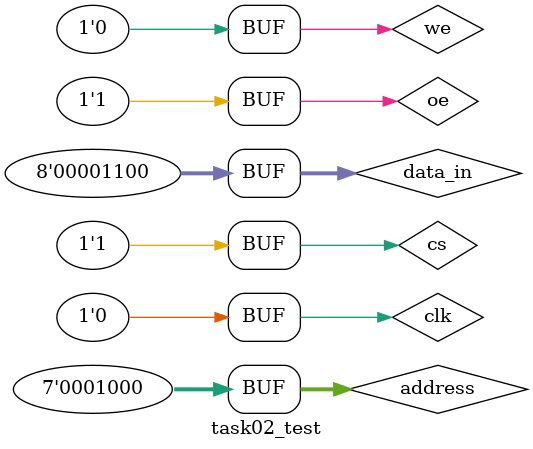
<source format=v>
`timescale 1ns / 1ps


module task02_test;

	// Inputs
	reg clk;
	reg oe;
	reg cs;
	reg we;
	reg [6:0] address;
	reg [7:0] data_in;

	// Outputs
	wire [7:0] data_out;

	// Instantiate the Unit Under Test (UUT)
	task02 uut (
		.clk(clk), 
		.oe(oe), 
		.cs(cs), 
		.we(we), 
		.address(address), 
		.data_in(data_in), 
		.data_out(data_out)
	);


	initial begin
		// Initialize Inputs
		clk = 0;
		oe = 0;
		cs = 1;
		we = 0;
		address = 0;
		data_in = 0;
				
		#200  clk = 1; we = 1;
				data_in = 4'd55;
				address = 4'd12;
        
		#200  clk = 0; we = 0; oe = 1;
				address = 4'd12;
		
		#200  clk = 1; we = 1;
				data_in = 4'd44;
				address = 4'd8;
		
		#200  clk = 0; we = 0; oe = 1;
				address = 4'd8;
				
		#200;

	end
      
endmodule


</source>
